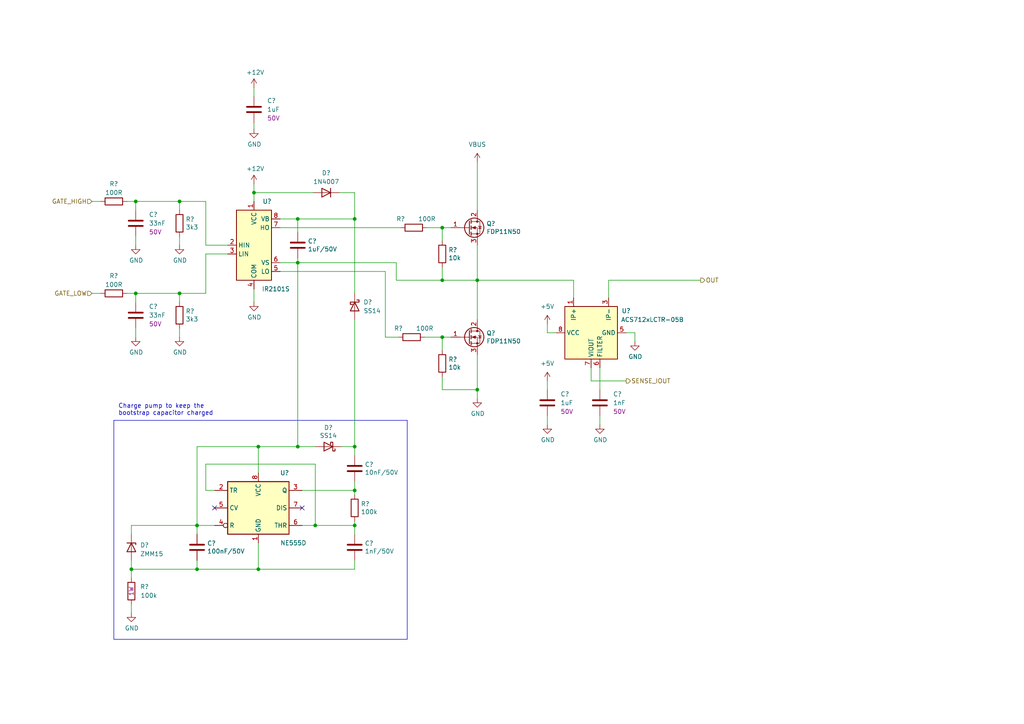
<source format=kicad_sch>
(kicad_sch (version 20230121) (generator eeschema)
  (paper "A4")
  (title_block (title "POWER INVERTER") (rev "REV1") (company "INSTITUTO TECNOLOGICO DE AERONAUTICA - ITA") (comment 1 "PROF. JOSE ROBERTO COLOMBO JUNIOR"))
  (lib_symbols
    (symbol "Device:C" (pin_numbers hide) (pin_names (offset 0.254))
      (property "Reference" "C" (at 0.635 2.54 0))
      (property "Value" "C" (at 0.635 -2.54 0))
      (symbol "C_0_1"
        (polyline (pts (xy -2.032 -0.762) (xy 2.032 -0.762)) (stroke (width 0.508)))
        (polyline (pts (xy -2.032 0.762) (xy 2.032 0.762)) (stroke (width 0.508)))
      )
      (symbol "C_1_1"
        (pin passive line (at 0 3.81 270) (length 2.794) (name "~") (number "1"))
        (pin passive line (at 0 -3.81 90) (length 2.794) (name "~") (number "2"))
      )
    )
    (symbol "Device:R" (pin_numbers hide) (pin_names (offset 0))
      (property "Reference" "R" (at 2.032 0 90))
      (property "Value" "R" (at 0 0 90))
      (symbol "R_0_1"
        (rectangle (start -1.016 -2.54) (end 1.016 2.54) (stroke (width 0.254)))
      )
      (symbol "R_1_1"
        (pin passive line (at 0 3.81 270) (length 1.27) (name "~") (number "1"))
        (pin passive line (at 0 -3.81 90) (length 1.27) (name "~") (number "2"))
      )
    )
    (symbol "Diode:1N4007" (pin_numbers hide) (pin_names hide)
      (property "Reference" "D" (at 0 2.54 0))
      (property "Value" "1N4007" (at 0 -2.54 0))
      (symbol "1N4007_0_1"
        (polyline (pts (xy -1.27 1.27) (xy -1.27 -1.27)) (stroke (width 0.254)))
        (polyline (pts (xy 1.27 0) (xy -1.27 0)))
        (polyline (pts (xy 1.27 1.27) (xy 1.27 -1.27) (xy -1.27 0) (xy 1.27 1.27)) (stroke (width 0.254)))
      )
      (symbol "1N4007_1_1"
        (pin passive line (at -3.81 0 0) (length 2.54) (name "K") (number "1"))
        (pin passive line (at 3.81 0 180) (length 2.54) (name "A") (number "2"))
      )
    )
    (symbol "Diode:1N5819" (pin_numbers hide) (pin_names (offset 1.016) hide)
      (property "Reference" "D" (at 0 2.54 0))
      (property "Value" "1N5819" (at 0 -2.54 0))
      (symbol "1N5819_0_1"
        (polyline (pts (xy 1.27 0) (xy -1.27 0)))
        (polyline (pts (xy 1.27 1.27) (xy 1.27 -1.27) (xy -1.27 0) (xy 1.27 1.27)) (stroke (width 0.254)))
        (polyline (pts (xy -1.905 0.635) (xy -1.905 1.27) (xy -1.27 1.27) (xy -1.27 -1.27) (xy -0.635 -1.27) (xy -0.635 -0.635)) (stroke (width 0.254)))
      )
      (symbol "1N5819_1_1"
        (pin passive line (at -3.81 0 0) (length 2.54) (name "K") (number "1"))
        (pin passive line (at 3.81 0 180) (length 2.54) (name "A") (number "2"))
      )
    )
    (symbol "Diode:ZMMxx" (pin_numbers hide) (pin_names hide)
      (property "Reference" "D" (at 0 2.54 0))
      (property "Value" "ZMMxx" (at 0 -2.54 0))
      (symbol "ZMMxx_0_1"
        (polyline (pts (xy 1.27 0) (xy -1.27 0)))
        (polyline (pts (xy -1.27 -1.27) (xy -1.27 1.27) (xy -0.762 1.27)) (stroke (width 0.254)))
        (polyline (pts (xy 1.27 -1.27) (xy 1.27 1.27) (xy -1.27 0) (xy 1.27 -1.27)) (stroke (width 0.254)))
      )
      (symbol "ZMMxx_1_1"
        (pin passive line (at -3.81 0 0) (length 2.54) (name "K") (number "1"))
        (pin passive line (at 3.81 0 180) (length 2.54) (name "A") (number "2"))
      )
    )
    (symbol "Driver_FET:IR2101"
      (property "Reference" "U" (at 1.27 13.335 0))
      (property "Value" "IR2101" (at 1.27 11.43 0))
      (symbol "IR2101_0_1"
        (rectangle (start -5.08 -10.16) (end 5.08 10.16) (stroke (width 0.254)) (fill (type background)))
      )
      (symbol "IR2101_1_1"
        (pin power_in line (at 0 12.7 270) (length 2.54) (name "VCC") (number "1"))
        (pin input line (at -7.62 0 0) (length 2.54) (name "HIN") (number "2"))
        (pin input line (at -7.62 -2.54 0) (length 2.54) (name "LIN") (number "3"))
        (pin power_in line (at 0 -12.7 90) (length 2.54) (name "COM") (number "4"))
        (pin output line (at 7.62 -7.62 180) (length 2.54) (name "LO") (number "5"))
        (pin passive line (at 7.62 -5.08 180) (length 2.54) (name "VS") (number "6"))
        (pin output line (at 7.62 5.08 180) (length 2.54) (name "HO") (number "7"))
        (pin passive line (at 7.62 7.62 180) (length 2.54) (name "VB") (number "8"))
      )
    )
    (symbol "Sensor_Current:ACS712xLCTR-05B"
      (property "Reference" "U" (at 2.54 11.43 0))
      (property "Value" "ACS712xLCTR-05B" (at 2.54 8.89 0))
      (symbol "ACS712xLCTR-05B_0_1"
        (rectangle (start -7.62 7.62) (end 7.62 -7.62) (stroke (width 0.254)) (fill (type background)))
      )
      (symbol "ACS712xLCTR-05B_1_1"
        (pin passive line (at -10.16 5.08 0) (length 2.54) (name "IP+") (number "1"))
        (pin passive line (at -10.16 5.08 0) (length 2.54) hide (name "IP+") (number "2"))
        (pin passive line (at -10.16 -5.08 0) (length 2.54) (name "IP-") (number "3"))
        (pin passive line (at -10.16 -5.08 0) (length 2.54) hide (name "IP-") (number "4"))
        (pin power_in line (at 0 -10.16 90) (length 2.54) (name "GND") (number "5"))
        (pin passive line (at 10.16 -2.54 180) (length 2.54) (name "FILTER") (number "6"))
        (pin output line (at 10.16 0 180) (length 2.54) (name "VIOUT") (number "7"))
        (pin power_in line (at 0 10.16 270) (length 2.54) (name "VCC") (number "8"))
      )
    )
    (symbol "Timer:NE555D"
      (property "Reference" "U" (at -10.16 8.89 0))
      (property "Value" "NE555D" (at 2.54 8.89 0))
      (symbol "NE555D_0_0"
        (pin power_in line (at 0 -10.16 90) (length 2.54) (name "GND") (number "1"))
        (pin power_in line (at 0 10.16 270) (length 2.54) (name "VCC") (number "8"))
      )
      (symbol "NE555D_0_1"
        (rectangle (start -8.89 -7.62) (end 8.89 7.62) (stroke (width 0.254)) (fill (type background)))
        (rectangle (start -8.89 -7.62) (end 8.89 7.62) (stroke (width 0.254)) (fill (type background)))
      )
      (symbol "NE555D_1_1"
        (pin input line (at -12.7 5.08 0) (length 3.81) (name "TR") (number "2"))
        (pin output line (at 12.7 5.08 180) (length 3.81) (name "Q") (number "3"))
        (pin input inverted (at -12.7 -5.08 0) (length 3.81) (name "R") (number "4"))
        (pin input line (at -12.7 0 0) (length 3.81) (name "CV") (number "5"))
        (pin input line (at 12.7 -5.08 180) (length 3.81) (name "THR") (number "6"))
        (pin input line (at 12.7 0 180) (length 3.81) (name "DIS") (number "7"))
      )
    )
    (symbol "Transistor_FET:IRF740" (pin_names hide)
      (property "Reference" "Q" (at 6.35 1.905 0))
      (property "Value" "IRF740" (at 6.35 0 0))
      (symbol "IRF740_0_1"
        (polyline (pts (xy 0.254 0) (xy -2.54 0)))
        (polyline (pts (xy 0.254 1.905) (xy 0.254 -1.905)) (stroke (width 0.254)))
        (polyline (pts (xy 0.762 -1.27) (xy 0.762 -2.286)) (stroke (width 0.254)))
        (polyline (pts (xy 0.762 0.508) (xy 0.762 -0.508)) (stroke (width 0.254)))
        (polyline (pts (xy 0.762 2.286) (xy 0.762 1.27)) (stroke (width 0.254)))
        (polyline (pts (xy 2.54 2.54) (xy 2.54 1.778)))
        (polyline (pts (xy 2.54 -2.54) (xy 2.54 0) (xy 0.762 0)))
        (polyline (pts (xy 0.762 -1.778) (xy 3.302 -1.778) (xy 3.302 1.778) (xy 0.762 1.778)))
        (polyline (pts (xy 1.016 0) (xy 2.032 0.381) (xy 2.032 -0.381) (xy 1.016 0)) (fill (type outline)))
        (polyline (pts (xy 2.794 0.508) (xy 2.921 0.381) (xy 3.683 0.381) (xy 3.81 0.254)))
        (polyline (pts (xy 3.302 0.381) (xy 2.921 -0.254) (xy 3.683 -0.254) (xy 3.302 0.381)))
        (circle (center 1.651 0) (radius 2.794) (stroke (width 0.254)))
        (circle (center 2.54 -1.778) (radius 0.254) (fill (type outline)))
        (circle (center 2.54 1.778) (radius 0.254) (fill (type outline)))
      )
      (symbol "IRF740_1_1"
        (pin input line (at -5.08 0 0) (length 2.54) (name "G") (number "1"))
        (pin passive line (at 2.54 5.08 270) (length 2.54) (name "D") (number "2"))
        (pin passive line (at 2.54 -5.08 90) (length 2.54) (name "S") (number "3"))
      )
    )
    (symbol "power:+12V" (power) (pin_names (offset 0))
      (property "Value" "+12V" (at 0 3.556 0))
      (symbol "+12V_0_1"
        (polyline (pts (xy -0.762 1.27) (xy 0 2.54)))
        (polyline (pts (xy 0 0) (xy 0 2.54)))
        (polyline (pts (xy 0 2.54) (xy 0.762 1.27)))
      )
      (symbol "+12V_1_1"
        (pin power_in line (at 0 0 90) (length 0) hide (name "+12V") (number "1"))
      )
    )
    (symbol "power:+5V" (power) (pin_names (offset 0))
      (property "Value" "+5V" (at 0 3.556 0))
      (symbol "+5V_0_1"
        (polyline (pts (xy -0.762 1.27) (xy 0 2.54)))
        (polyline (pts (xy 0 0) (xy 0 2.54)))
        (polyline (pts (xy 0 2.54) (xy 0.762 1.27)))
      )
      (symbol "+5V_1_1"
        (pin power_in line (at 0 0 90) (length 0) hide (name "+5V") (number "1"))
      )
    )
    (symbol "power:GND" (power) (pin_names (offset 0))
      (property "Value" "GND" (at 0 -3.81 0))
      (symbol "GND_0_1"
        (polyline (pts (xy 0 0) (xy 0 -1.27) (xy 1.27 -1.27) (xy 0 -2.54) (xy -1.27 -1.27) (xy 0 -1.27)))
      )
      (symbol "GND_1_1"
        (pin power_in line (at 0 0 270) (length 0) hide (name "GND") (number "1"))
      )
    )
    (symbol "power:VBUS" (power) (pin_names (offset 0))
      (property "Value" "VBUS" (at 0 3.81 0))
      (symbol "VBUS_0_1"
        (polyline (pts (xy -0.762 1.27) (xy 0 2.54)))
        (polyline (pts (xy 0 0) (xy 0 2.54)))
        (polyline (pts (xy 0 2.54) (xy 0.762 1.27)))
      )
      (symbol "VBUS_1_1"
        (pin power_in line (at 0 0 90) (length 0) hide (name "VBUS") (number "1"))
      )
    )
  )
  (junction (at 74.93 129.54))
  (junction (at 138.43 81.28))
  (junction (at 52.07 85.09))
  (junction (at 86.36 129.54))
  (junction (at 102.87 152.4))
  (junction (at 91.44 152.4))
  (junction (at 102.87 63.5))
  (junction (at 138.43 113.03))
  (junction (at 38.1 165.1))
  (junction (at 128.27 97.79))
  (junction (at 74.93 165.1))
  (junction (at 39.37 85.09))
  (junction (at 128.27 66.04))
  (junction (at 86.36 76.2))
  (junction (at 52.07 58.42))
  (junction (at 57.15 152.4))
  (junction (at 102.87 142.24))
  (junction (at 128.27 81.28))
  (junction (at 102.87 129.54))
  (junction (at 39.37 58.42))
  (junction (at 73.66 55.88))
  (junction (at 86.36 63.5))
  (junction (at 57.15 165.1))
  (no_connect (at 87.63 147.32))
  (no_connect (at 62.23 147.32))
  (wire (pts (xy 176.53 81.28) (xy 176.53 86.36)))
  (wire (pts (xy 52.07 85.09) (xy 39.37 85.09)))
  (wire (pts (xy 74.93 165.1) (xy 102.87 165.1)))
  (wire (pts (xy 86.36 129.54) (xy 91.44 129.54)))
  (wire (pts (xy 171.45 110.49) (xy 181.61 110.49)))
  (wire (pts (xy 138.43 81.28) (xy 166.37 81.28)))
  (wire (pts (xy 73.66 83.82) (xy 73.66 87.63)))
  (wire (pts (xy 86.36 63.5) (xy 86.36 67.31)))
  (polyline (pts (xy 33.02 185.42) (xy 118.11 185.42)))
  (wire (pts (xy 158.75 93.98) (xy 158.75 96.52)))
  (wire (pts (xy 128.27 101.6) (xy 128.27 97.79)))
  (wire (pts (xy 74.93 129.54) (xy 57.15 129.54)))
  (wire (pts (xy 98.425 55.88) (xy 102.87 55.88)))
  (wire (pts (xy 86.36 76.2) (xy 114.935 76.2)))
  (wire (pts (xy 114.935 76.2) (xy 114.935 81.28)))
  (wire (pts (xy 123.825 66.04) (xy 128.27 66.04)))
  (wire (pts (xy 52.07 58.42) (xy 39.37 58.42)))
  (wire (pts (xy 74.93 129.54) (xy 86.36 129.54)))
  (wire (pts (xy 52.07 87.63) (xy 52.07 85.09)))
  (wire (pts (xy 39.37 68.58) (xy 39.37 71.12)))
  (wire (pts (xy 59.69 71.12) (xy 59.69 58.42)))
  (wire (pts (xy 128.27 69.85) (xy 128.27 66.04)))
  (wire (pts (xy 74.93 157.48) (xy 74.93 165.1)))
  (wire (pts (xy 91.44 152.4) (xy 91.44 134.62)))
  (wire (pts (xy 59.69 142.24) (xy 59.69 134.62)))
  (wire (pts (xy 128.27 113.03) (xy 138.43 113.03)))
  (wire (pts (xy 111.76 78.74) (xy 111.76 97.79)))
  (wire (pts (xy 86.36 76.2) (xy 86.36 129.54)))
  (wire (pts (xy 181.61 96.52) (xy 184.15 96.52)))
  (wire (pts (xy 102.87 55.88) (xy 102.87 63.5)))
  (wire (pts (xy 102.87 165.1) (xy 102.87 162.56)))
  (wire (pts (xy 91.44 152.4) (xy 87.63 152.4)))
  (wire (pts (xy 59.69 85.09) (xy 52.07 85.09)))
  (wire (pts (xy 102.87 92.71) (xy 102.87 129.54)))
  (wire (pts (xy 39.37 85.09) (xy 39.37 87.63)))
  (wire (pts (xy 102.87 151.13) (xy 102.87 152.4)))
  (wire (pts (xy 86.36 63.5) (xy 102.87 63.5)))
  (wire (pts (xy 173.99 106.68) (xy 173.99 113.03)))
  (wire (pts (xy 158.75 96.52) (xy 161.29 96.52)))
  (wire (pts (xy 52.07 68.58) (xy 52.07 71.12)))
  (wire (pts (xy 38.1 165.1) (xy 57.15 165.1)))
  (wire (pts (xy 57.15 154.94) (xy 57.15 152.4)))
  (wire (pts (xy 138.43 113.03) (xy 138.43 102.87)))
  (polyline (pts (xy 33.02 121.92) (xy 33.02 185.42)))
  (wire (pts (xy 39.37 58.42) (xy 39.37 60.96)))
  (wire (pts (xy 57.15 129.54) (xy 57.15 152.4)))
  (wire (pts (xy 36.83 58.42) (xy 39.37 58.42)))
  (wire (pts (xy 38.1 175.26) (xy 38.1 177.8)))
  (wire (pts (xy 102.87 154.94) (xy 102.87 152.4)))
  (polyline (pts (xy 33.02 121.92) (xy 118.11 121.92)))
  (wire (pts (xy 81.28 66.04) (xy 116.205 66.04)))
  (wire (pts (xy 74.93 165.1) (xy 57.15 165.1)))
  (wire (pts (xy 138.43 113.03) (xy 138.43 115.57)))
  (wire (pts (xy 203.2 81.28) (xy 176.53 81.28)))
  (wire (pts (xy 158.75 120.65) (xy 158.75 123.19)))
  (wire (pts (xy 74.93 129.54) (xy 74.93 137.16)))
  (wire (pts (xy 114.935 81.28) (xy 128.27 81.28)))
  (wire (pts (xy 59.69 58.42) (xy 52.07 58.42)))
  (wire (pts (xy 86.36 76.2) (xy 86.36 74.93)))
  (wire (pts (xy 91.44 134.62) (xy 59.69 134.62)))
  (wire (pts (xy 62.23 142.24) (xy 59.69 142.24)))
  (wire (pts (xy 102.87 139.7) (xy 102.87 142.24)))
  (wire (pts (xy 184.15 96.52) (xy 184.15 99.06)))
  (wire (pts (xy 57.15 165.1) (xy 57.15 162.56)))
  (wire (pts (xy 73.66 55.88) (xy 73.66 58.42)))
  (wire (pts (xy 130.81 66.04) (xy 128.27 66.04)))
  (wire (pts (xy 81.28 76.2) (xy 86.36 76.2)))
  (wire (pts (xy 38.1 152.4) (xy 57.15 152.4)))
  (wire (pts (xy 81.28 78.74) (xy 111.76 78.74)))
  (wire (pts (xy 26.67 58.42) (xy 29.21 58.42)))
  (wire (pts (xy 102.87 143.51) (xy 102.87 142.24)))
  (wire (pts (xy 102.87 63.5) (xy 102.87 85.09)))
  (polyline (pts (xy 118.11 121.92) (xy 118.11 185.42)))
  (wire (pts (xy 38.1 162.56) (xy 38.1 165.1)))
  (wire (pts (xy 138.43 46.99) (xy 138.43 60.96)))
  (wire (pts (xy 87.63 142.24) (xy 102.87 142.24)))
  (wire (pts (xy 52.07 95.25) (xy 52.07 97.79)))
  (wire (pts (xy 81.28 63.5) (xy 86.36 63.5)))
  (wire (pts (xy 123.19 97.79) (xy 128.27 97.79)))
  (wire (pts (xy 171.45 110.49) (xy 171.45 106.68)))
  (wire (pts (xy 166.37 81.28) (xy 166.37 86.36)))
  (wire (pts (xy 59.69 73.66) (xy 66.04 73.66)))
  (wire (pts (xy 36.83 85.09) (xy 39.37 85.09)))
  (wire (pts (xy 62.23 152.4) (xy 57.15 152.4)))
  (wire (pts (xy 38.1 152.4) (xy 38.1 154.94)))
  (wire (pts (xy 73.66 25.4) (xy 73.66 27.94)))
  (wire (pts (xy 158.75 110.49) (xy 158.75 113.03)))
  (wire (pts (xy 26.67 85.09) (xy 29.21 85.09)))
  (wire (pts (xy 38.1 167.64) (xy 38.1 165.1)))
  (wire (pts (xy 59.69 73.66) (xy 59.69 85.09)))
  (wire (pts (xy 59.69 71.12) (xy 66.04 71.12)))
  (wire (pts (xy 128.27 81.28) (xy 138.43 81.28)))
  (wire (pts (xy 128.27 77.47) (xy 128.27 81.28)))
  (wire (pts (xy 90.805 55.88) (xy 73.66 55.88)))
  (wire (pts (xy 52.07 58.42) (xy 52.07 60.96)))
  (wire (pts (xy 138.43 71.12) (xy 138.43 81.28)))
  (wire (pts (xy 138.43 81.28) (xy 138.43 92.71)))
  (wire (pts (xy 115.57 97.79) (xy 111.76 97.79)))
  (wire (pts (xy 130.81 97.79) (xy 128.27 97.79)))
  (wire (pts (xy 73.66 53.34) (xy 73.66 55.88)))
  (wire (pts (xy 102.87 132.08) (xy 102.87 129.54)))
  (wire (pts (xy 173.99 120.65) (xy 173.99 123.19)))
  (wire (pts (xy 128.27 109.22) (xy 128.27 113.03)))
  (wire (pts (xy 73.66 35.56) (xy 73.66 37.465)))
  (wire (pts (xy 102.87 129.54) (xy 99.06 129.54)))
  (wire (pts (xy 39.37 95.25) (xy 39.37 97.79)))
  (wire (pts (xy 102.87 152.4) (xy 91.44 152.4)))
  (text "Charge pump to keep the \nbootstrap capacitor charged" (at 34.29 120.65 0) (effects (font (size 1.27 1.27)) (justify left bottom)))
  (hierarchical_label "OUT" (shape output) (at 203.2 81.28 0))
  (hierarchical_label "GATE_LOW" (shape input) (at 26.67 85.09 180))
  (hierarchical_label "SENSE_IOUT" (shape output) (at 181.61 110.49 0))
  (hierarchical_label "GATE_HIGH" (shape input) (at 26.67 58.42 180))
  (symbol (lib_id "power:+12V") (at 73.66 53.34 0) (unit 1)
    (property "Reference" "#PWR?" (effects hide))
    (property "Value" "+12V" (at 74.041 48.9458 0))
    (instances (project "rev1" (path "" (reference "#PWR?") (unit 1)) (path "" (reference "#PWR?") (unit 1)) (path "" (reference "#PWR048") (unit 1)) (path "" (reference "#PWR?") (unit 1))))
  )
  (symbol (lib_id "Device:R") (at 128.27 105.41 0) (unit 1)
    (property "Reference" "R?" (at 130.048 104.2416 0) (effects (justify left)))
    (property "Value" "10k" (at 130.048 106.553 0) (effects (justify left)))
    (property "Footprint" "Resistor_SMD:R_1206_3216Metric_Pad1.30x1.75mm_HandSolder" (effects hide))
    (instances (project "rev1" (path "" (reference "R?") (unit 1)) (path "" (reference "R?") (unit 1)) (path "" (reference "R24") (unit 1)) (path "" (reference "R?") (unit 1))))
  )
  (symbol (lib_id "power:GND") (at 158.75 123.19 0) (unit 1)
    (property "Reference" "#PWR?" (effects hide))
    (property "Value" "GND" (at 158.877 127.5842 0))
    (instances (project "rev1" (path "" (reference "#PWR?") (unit 1)) (path "" (reference "#PWR?") (unit 1)) (path "" (reference "#PWR058") (unit 1)) (path "" (reference "#PWR?") (unit 1))))
  )
  (symbol (lib_id "Device:R") (at 33.02 58.42 90) (unit 1)
    (property "Reference" "R?" (at 33.02 53.34 90))
    (property "Value" "100R" (at 33.02 55.88 90))
    (property "Footprint" "Resistor_SMD:R_1206_3216Metric_Pad1.30x1.75mm_HandSolder" (effects hide))
    (instances (project "driver" (path "" (reference "R?") (unit 1))) (project "rev1" (path "" (reference "R?") (unit 1)) (path "" (reference "R17") (unit 1))) (project "FonteAltaTensao" (path "" (reference "R?") (unit 1)) (path "" (reference "R?") (unit 1))))
  )
  (symbol (lib_id "Device:R") (at 119.38 97.79 270) (unit 1)
    (property "Reference" "R?" (at 115.57 95.25 90))
    (property "Value" "100R" (at 123.19 95.25 90))
    (property "Footprint" "Resistor_SMD:R_1206_3216Metric_Pad1.30x1.75mm_HandSolder" (effects hide))
    (instances (project "rev1" (path "" (reference "R?") (unit 1)) (path "" (reference "R?") (unit 1)) (path "" (reference "R23") (unit 1)) (path "" (reference "R?") (unit 1))))
  )
  (symbol (lib_id "power:+5V") (at 158.75 110.49 0) (unit 1)
    (property "Reference" "#PWR011" (effects hide))
    (property "Value" "+5V" (at 158.75 105.41 0))
  )
  (symbol (lib_id "Device:R") (at 38.1 171.45 0) (mirror x) (unit 1)
    (property "Reference" "R?" (at 41.91 170.18 0))
    (property "Value" "100k" (at 43.18 172.72 0))
    (property "Footprint" "Resistor_SMD:R_1206_3216Metric_Pad1.30x1.75mm_HandSolder" (effects hide))
    (property "Power" "1W" (at 38.1 171.45 90))
    (instances (project "rev1" (path "" (reference "R?") (unit 1)) (path "" (reference "R?") (unit 1)) (path "" (reference "R28") (unit 1)) (path "" (reference "R?") (unit 1))))
  )
  (symbol (lib_id "power:+12V") (at 73.66 25.4 0) (unit 1)
    (property "Reference" "#PWR?" (effects hide))
    (property "Value" "+12V" (at 74.041 21.0058 0))
    (instances (project "rev1" (path "" (reference "#PWR?") (unit 1)) (path "" (reference "#PWR?") (unit 1)) (path "" (reference "#PWR043") (unit 1)) (path "" (reference "#PWR?") (unit 1))))
  )
  (symbol (lib_id "power:GND") (at 73.66 37.465 0) (unit 1)
    (property "Reference" "#PWR?" (effects hide))
    (property "Value" "GND" (at 73.787 41.8592 0))
    (instances (project "rev1" (path "" (reference "#PWR?") (unit 1)) (path "" (reference "#PWR?") (unit 1)) (path "" (reference "#PWR045") (unit 1)) (path "" (reference "#PWR?") (unit 1))))
  )
  (symbol (lib_id "Device:C") (at 102.87 135.89 0) (unit 1)
    (property "Reference" "C?" (at 105.791 134.7216 0) (effects (justify left)))
    (property "Value" "10nF/50V" (at 105.791 137.033 0) (effects (justify left)))
    (property "Footprint" "Capacitor_SMD:C_1206_3216Metric_Pad1.33x1.80mm_HandSolder" (effects hide))
    (instances (project "rev1" (path "" (reference "C?") (unit 1)) (path "" (reference "C?") (unit 1)) (path "" (reference "C29") (unit 1)) (path "" (reference "C?") (unit 1))))
  )
  (symbol (lib_id "power:GND") (at 173.99 123.19 0) (unit 1)
    (property "Reference" "#PWR?" (effects hide))
    (property "Value" "GND" (at 174.117 127.5842 0))
    (instances (project "rev1" (path "" (reference "#PWR?") (unit 1)) (path "" (reference "#PWR?") (unit 1)) (path "" (reference "#PWR059") (unit 1)) (path "" (reference "#PWR?") (unit 1))))
  )
  (symbol (lib_id "Device:C") (at 57.15 158.75 0) (unit 1)
    (property "Reference" "C?" (at 60.071 157.5816 0) (effects (justify left)))
    (property "Value" "100nF/50V" (at 60.071 159.893 0) (effects (justify left)))
    (property "Footprint" "Capacitor_SMD:C_1206_3216Metric_Pad1.33x1.80mm_HandSolder" (effects hide))
    (instances (project "rev1" (path "" (reference "C?") (unit 1)) (path "" (reference "C?") (unit 1)) (path "" (reference "C30") (unit 1)) (path "" (reference "C?") (unit 1))))
  )
  (symbol (lib_id "power:GND") (at 184.15 99.06 0) (unit 1)
    (property "Reference" "#PWR?" (effects hide))
    (property "Value" "GND" (at 184.277 103.4542 0))
    (instances (project "rev1" (path "" (reference "#PWR?") (unit 1)) (path "" (reference "#PWR?") (unit 1)) (path "" (reference "#PWR055") (unit 1)) (path "" (reference "#PWR?") (unit 1))))
  )
  (symbol (lib_id "Device:R") (at 128.27 73.66 0) (unit 1)
    (property "Reference" "R?" (at 130.048 72.4916 0) (effects (justify left)))
    (property "Value" "10k" (at 130.048 74.803 0) (effects (justify left)))
    (property "Footprint" "Resistor_SMD:R_1206_3216Metric_Pad1.30x1.75mm_HandSolder" (effects hide))
    (instances (project "rev1" (path "" (reference "R?") (unit 1)) (path "" (reference "R?") (unit 1)) (path "" (reference "R20") (unit 1)) (path "" (reference "R?") (unit 1))))
  )
  (symbol (lib_id "power:GND") (at 52.07 71.12 0) (unit 1)
    (property "Reference" "#PWR?" (effects hide))
    (property "Value" "GND" (at 52.197 75.5142 0))
    (instances (project "rev1" (path "" (reference "#PWR?") (unit 1)) (path "" (reference "#PWR?") (unit 1)) (path "" (reference "#PWR050") (unit 1)) (path "" (reference "#PWR?") (unit 1))))
  )
  (symbol (lib_id "Device:C") (at 173.99 116.84 0) (unit 1)
    (property "Reference" "C?" (at 177.8 114.3 0) (effects (justify left)))
    (property "Value" "1nF" (at 177.8 116.84 0) (effects (justify left)))
    (property "Footprint" "Capacitor_SMD:C_1206_3216Metric_Pad1.33x1.80mm_HandSolder" (effects hide))
    (property "Voltage" "50V" (at 177.8 119.38 0) (effects (justify left)))
    (instances (project "driver1" (path "" (reference "C?") (unit 1))) (project "DidaticInverter" (path "" (reference "C?") (unit 1))) (project "rev1" (path "" (reference "C?") (unit 1)) (path "" (reference "C27") (unit 1)) (path "" (reference "C?") (unit 1))) (project "FonteAltaTensao" (path "" (reference "C?") (unit 1)) (path "" (reference "C?") (unit 1))))
  )
  (symbol (lib_id "power:GND") (at 138.43 115.57 0) (unit 1)
    (property "Reference" "#PWR?" (effects hide))
    (property "Value" "GND" (at 138.557 119.9642 0))
    (instances (project "rev1" (path "" (reference "#PWR?") (unit 1)) (path "" (reference "#PWR?") (unit 1)) (path "" (reference "#PWR057") (unit 1)) (path "" (reference "#PWR?") (unit 1))))
  )
  (symbol (lib_id "power:GND") (at 39.37 97.79 0) (unit 1)
    (property "Reference" "#PWR?" (effects hide))
    (property "Value" "GND" (at 39.497 102.1842 0))
    (instances (project "rev1" (path "" (reference "#PWR?") (unit 1)) (path "" (reference "#PWR?") (unit 1)) (path "" (reference "#PWR053") (unit 1)) (path "" (reference "#PWR?") (unit 1))))
  )
  (symbol (lib_id "power:GND") (at 52.07 97.79 0) (unit 1)
    (property "Reference" "#PWR?" (effects hide))
    (property "Value" "GND" (at 52.197 102.1842 0))
    (instances (project "rev1" (path "" (reference "#PWR?") (unit 1)) (path "" (reference "#PWR?") (unit 1)) (path "" (reference "#PWR054") (unit 1)) (path "" (reference "#PWR?") (unit 1))))
  )
  (symbol (lib_id "power:GND") (at 38.1 177.8 0) (unit 1)
    (property "Reference" "#PWR?" (effects hide))
    (property "Value" "GND" (at 38.227 182.1942 0))
    (instances (project "rev1" (path "" (reference "#PWR?") (unit 1)) (path "" (reference "#PWR?") (unit 1)) (path "" (reference "#PWR062") (unit 1)) (path "" (reference "#PWR?") (unit 1))))
  )
  (symbol (lib_id "Transistor_FET:IRF740") (at 135.89 97.79 0) (unit 1)
    (property "Reference" "Q?" (at 141.0716 96.6216 0) (effects (justify left)))
    (property "Value" "FDP11N50" (at 141.0716 98.933 0) (effects (justify left)))
    (property "Footprint" "Package_TO_SOT_THT:TO-220-3_Vertical" (effects hide))
    (instances (project "rev1" (path "" (reference "Q?") (unit 1)) (path "" (reference "Q?") (unit 1)) (path "" (reference "Q4") (unit 1)) (path "" (reference "Q?") (unit 1))))
  )
  (symbol (lib_id "Device:C") (at 73.66 31.75 0) (unit 1)
    (property "Reference" "C?" (at 77.47 29.21 0) (effects (justify left)))
    (property "Value" "1uF" (at 77.47 31.75 0) (effects (justify left)))
    (property "Footprint" "Capacitor_SMD:C_1206_3216Metric_Pad1.33x1.80mm_HandSolder" (effects hide))
    (property "Voltage" "50V" (at 77.47 34.29 0) (effects (justify left)))
    (instances (project "driver1" (path "" (reference "C?") (unit 1))) (project "DidaticInverter" (path "" (reference "C?") (unit 1))) (project "rev1" (path "" (reference "C?") (unit 1)) (path "" (reference "C20") (unit 1)) (path "" (reference "C?") (unit 1))) (project "FonteAltaTensao" (path "" (reference "C?") (unit 1)) (path "" (reference "C?") (unit 1))))
  )
  (symbol (lib_id "power:GND") (at 39.37 71.12 0) (unit 1)
    (property "Reference" "#PWR?" (effects hide))
    (property "Value" "GND" (at 39.497 75.5142 0))
    (instances (project "rev1" (path "" (reference "#PWR?") (unit 1)) (path "" (reference "#PWR?") (unit 1)) (path "" (reference "#PWR049") (unit 1)) (path "" (reference "#PWR?") (unit 1))))
  )
  (symbol (lib_id "Device:C") (at 39.37 91.44 0) (unit 1)
    (property "Reference" "C?" (at 43.18 88.9 0) (effects (justify left)))
    (property "Value" "33nF" (at 43.18 91.44 0) (effects (justify left)))
    (property "Footprint" "Capacitor_SMD:C_1206_3216Metric" (effects hide))
    (property "Voltage" "50V" (at 43.18 93.98 0) (effects (justify left)))
    (instances (project "driver" (path "" (reference "C?") (unit 1))) (project "rev1" (path "" (reference "C?") (unit 1)) (path "" (reference "C25") (unit 1))) (project "FonteAltaTensao" (path "" (reference "C?") (unit 1)) (path "" (reference "C?") (unit 1))))
  )
  (symbol (lib_id "Driver_FET:IR2101") (at 73.66 71.12 0) (unit 1)
    (property "Reference" "U?" (at 77.47 58.42 0))
    (property "Value" "IR2101S" (at 80.01 83.82 0))
    (property "Footprint" "Package_SO:SOIC-8_3.9x4.9mm_P1.27mm" (effects hide))
    (property "Datasheet" "https://www.infineon.com/dgdl/ir2101.pdf?fileId=5546d462533600a4015355c7a755166c" (effects hide))
    (instances (project "rev1" (path "" (reference "U?") (unit 1)) (path "" (reference "U?") (unit 1)) (path "" (reference "U6") (unit 1)) (path "" (reference "U?") (unit 1))))
  )
  (symbol (lib_id "Diode:1N5819") (at 95.25 129.54 180) (unit 1)
    (property "Reference" "D?" (at 95.25 124.0282 0))
    (property "Value" "SS14" (at 95.25 126.3396 0))
    (property "Footprint" "Diode_SMD:D_SMA" (effects hide))
    (instances (project "rev1" (path "" (reference "D?") (unit 1)) (path "" (reference "D?") (unit 1)) (path "" (reference "D9") (unit 1)) (path "" (reference "D?") (unit 1))))
  )
  (symbol (lib_id "Diode:1N4007") (at 94.615 55.88 180) (unit 1)
    (property "Reference" "D?" (at 94.615 50.165 0))
    (property "Value" "1N4007" (at 94.615 52.705 0))
    (property "Footprint" "Diode_SMD:D_SMA" (effects hide))
    (property "Datasheet" "http://www.vishay.com/docs/88503/1n4001.pdf" (effects hide))
    (property "Sim.Device" "D" (effects hide))
    (property "Sim.Pins" "1=K 2=A" (effects hide))
    (instances (project "rev1" (path "" (reference "D?") (unit 1)) (path "" (reference "D?") (unit 1)) (path "" (reference "D7") (unit 1)) (path "" (reference "D?") (unit 1))))
  )
  (symbol (lib_id "Sensor_Current:ACS712xLCTR-05B") (at 171.45 96.52 90) (mirror x) (unit 1)
    (property "Reference" "U?" (at 181.61 90.17 90))
    (property "Value" "ACS712xLCTR-05B" (at 189.23 92.71 90))
    (property "Footprint" "Package_SO:SOIC-8_3.9x4.9mm_P1.27mm" (effects hide))
    (property "Datasheet" "http://www.allegromicro.com/~/media/Files/Datasheets/ACS712-Datasheet.ashx?la=en" (effects hide))
    (instances (project "driver1" (path "" (reference "U?") (unit 1))) (project "DidaticInverter" (path "" (reference "U?") (unit 1))) (project "rev1" (path "" (reference "U?") (unit 1)) (path "" (reference "U7") (unit 1)) (path "" (reference "U?") (unit 1))))
  )
  (symbol (lib_id "power:GND") (at 73.66 87.63 0) (unit 1)
    (property "Reference" "#PWR?" (effects hide))
    (property "Value" "GND" (at 73.787 92.0242 0))
    (instances (project "rev1" (path "" (reference "#PWR?") (unit 1)) (path "" (reference "#PWR?") (unit 1)) (path "" (reference "#PWR051") (unit 1)) (path "" (reference "#PWR?") (unit 1))))
  )
  (symbol (lib_id "Device:C") (at 39.37 64.77 0) (unit 1)
    (property "Reference" "C?" (at 43.18 62.23 0) (effects (justify left)))
    (property "Value" "33nF" (at 43.18 64.77 0) (effects (justify left)))
    (property "Footprint" "Capacitor_SMD:C_1206_3216Metric" (effects hide))
    (property "Voltage" "50V" (at 43.18 67.31 0) (effects (justify left)))
    (instances (project "driver" (path "" (reference "C?") (unit 1))) (project "rev1" (path "" (reference "C?") (unit 1)) (path "" (reference "C22") (unit 1))) (project "FonteAltaTensao" (path "" (reference "C?") (unit 1)) (path "" (reference "C?") (unit 1))))
  )
  (symbol (lib_id "Diode:ZMMxx") (at 38.1 158.75 270) (unit 1)
    (property "Reference" "D?" (at 40.64 158.115 90) (effects (justify left)))
    (property "Value" "ZMM15" (at 40.64 160.655 90) (effects (justify left)))
    (property "Footprint" "Diode_SMD:D_MiniMELF" (effects hide))
    (property "Datasheet" "https://diotec.com/tl_files/diotec/files/pdf/datasheets/zmm1.pdf" (effects hide))
    (instances (project "rev1" (path "" (reference "D?") (unit 1)) (path "" (reference "D?") (unit 1)) (path "" (reference "D10") (unit 1)) (path "" (reference "D?") (unit 1))))
  )
  (symbol (lib_id "Device:C") (at 86.36 71.12 0) (unit 1)
    (property "Reference" "C?" (at 89.281 69.9516 0) (effects (justify left)))
    (property "Value" "1uF/50V" (at 89.281 72.263 0) (effects (justify left)))
    (property "Footprint" "Capacitor_SMD:C_1206_3216Metric_Pad1.33x1.80mm_HandSolder" (effects hide))
    (instances (project "rev1" (path "" (reference "C?") (unit 1)) (path "" (reference "C?") (unit 1)) (path "" (reference "C23") (unit 1)) (path "" (reference "C?") (unit 1))))
  )
  (symbol (lib_id "Timer:NE555D") (at 74.93 147.32 0) (unit 1)
    (property "Reference" "U?" (at 82.55 137.16 0))
    (property "Value" "NE555D" (at 85.09 157.48 0))
    (property "Footprint" "Package_SO:SOIC-8_3.9x4.9mm_P1.27mm" (effects hide))
    (property "Datasheet" "http://www.ti.com/lit/ds/symlink/ne555.pdf" (effects hide))
    (instances (project "rev1" (path "" (reference "U?") (unit 1)) (path "" (reference "U?") (unit 1)) (path "" (reference "U8") (unit 1)) (path "" (reference "U?") (unit 1))))
  )
  (symbol (lib_id "Device:C") (at 158.75 116.84 0) (unit 1)
    (property "Reference" "C?" (at 162.56 114.3 0) (effects (justify left)))
    (property "Value" "1uF" (at 162.56 116.84 0) (effects (justify left)))
    (property "Footprint" "Capacitor_SMD:C_1206_3216Metric_Pad1.33x1.80mm_HandSolder" (effects hide))
    (property "Voltage" "50V" (at 162.56 119.38 0) (effects (justify left)))
    (instances (project "driver1" (path "" (reference "C?") (unit 1))) (project "DidaticInverter" (path "" (reference "C?") (unit 1))) (project "rev1" (path "" (reference "C?") (unit 1)) (path "" (reference "C26") (unit 1)) (path "" (reference "C?") (unit 1))) (project "FonteAltaTensao" (path "" (reference "C?") (unit 1)) (path "" (reference "C?") (unit 1))))
  )
  (symbol (lib_id "Device:R") (at 120.015 66.04 270) (unit 1)
    (property "Reference" "R?" (at 116.205 63.5 90))
    (property "Value" "100R" (at 123.825 63.5 90))
    (property "Footprint" "Resistor_SMD:R_1206_3216Metric_Pad1.30x1.75mm_HandSolder" (effects hide))
    (instances (project "rev1" (path "" (reference "R?") (unit 1)) (path "" (reference "R?") (unit 1)) (path "" (reference "R19") (unit 1)) (path "" (reference "R?") (unit 1))))
  )
  (symbol (lib_id "Transistor_FET:IRF740") (at 135.89 66.04 0) (unit 1)
    (property "Reference" "Q?" (at 141.0716 64.8716 0) (effects (justify left)))
    (property "Value" "FDP11N50" (at 141.0716 67.183 0) (effects (justify left)))
    (property "Footprint" "Package_TO_SOT_THT:TO-220-3_Vertical" (effects hide))
    (instances (project "rev1" (path "" (reference "Q?") (unit 1)) (path "" (reference "Q?") (unit 1)) (path "" (reference "Q3") (unit 1)) (path "" (reference "Q?") (unit 1))))
  )
  (symbol (lib_id "power:+5V") (at 158.75 93.98 0) (unit 1)
    (property "Reference" "#PWR02" (effects hide))
    (property "Value" "+5V" (at 158.75 88.9 0))
  )
  (symbol (lib_id "Device:R") (at 52.07 64.77 0) (unit 1)
    (property "Reference" "R?" (at 53.848 63.6016 0) (effects (justify left)))
    (property "Value" "3k3" (at 53.848 65.913 0) (effects (justify left)))
    (property "Footprint" "Resistor_SMD:R_1206_3216Metric_Pad1.30x1.75mm_HandSolder" (effects hide))
    (instances (project "rev1" (path "" (reference "R?") (unit 1)) (path "" (reference "R?") (unit 1)) (path "" (reference "R18") (unit 1)) (path "" (reference "R?") (unit 1))))
  )
  (symbol (lib_id "Device:R") (at 102.87 147.32 0) (unit 1)
    (property "Reference" "R?" (at 104.648 146.1516 0) (effects (justify left)))
    (property "Value" "100k" (at 104.648 148.463 0) (effects (justify left)))
    (property "Footprint" "Resistor_SMD:R_1206_3216Metric_Pad1.30x1.75mm_HandSolder" (effects hide))
    (instances (project "rev1" (path "" (reference "R?") (unit 1)) (path "" (reference "R?") (unit 1)) (path "" (reference "R27") (unit 1)) (path "" (reference "R?") (unit 1))))
  )
  (symbol (lib_id "Diode:1N5819") (at 102.87 88.9 270) (unit 1)
    (property "Reference" "D?" (at 106.68 87.63 90))
    (property "Value" "SS14" (at 107.95 90.17 90))
    (property "Footprint" "Diode_SMD:D_SMA" (effects hide))
    (instances (project "rev1" (path "" (reference "D?") (unit 1)) (path "" (reference "D?") (unit 1)) (path "" (reference "D8") (unit 1)) (path "" (reference "D?") (unit 1))))
  )
  (symbol (lib_id "power:VBUS") (at 138.43 46.99 0) (unit 1)
    (property "Reference" "#PWR?" (effects hide))
    (property "Value" "VBUS" (at 138.43 41.91 0))
    (instances (project "rev1" (path "" (reference "#PWR?") (unit 1)) (path "" (reference "#PWR047") (unit 1))))
  )
  (symbol (lib_id "Device:R") (at 33.02 85.09 90) (unit 1)
    (property "Reference" "R?" (at 33.02 80.01 90))
    (property "Value" "100R" (at 33.02 82.55 90))
    (property "Footprint" "Resistor_SMD:R_1206_3216Metric_Pad1.30x1.75mm_HandSolder" (effects hide))
    (instances (project "driver" (path "" (reference "R?") (unit 1))) (project "rev1" (path "" (reference "R?") (unit 1)) (path "" (reference "R21") (unit 1))) (project "FonteAltaTensao" (path "" (reference "R?") (unit 1)) (path "" (reference "R?") (unit 1))))
  )
  (symbol (lib_id "Device:C") (at 102.87 158.75 0) (unit 1)
    (property "Reference" "C?" (at 105.791 157.5816 0) (effects (justify left)))
    (property "Value" "1nF/50V" (at 105.791 159.893 0) (effects (justify left)))
    (property "Footprint" "Capacitor_SMD:C_1206_3216Metric_Pad1.33x1.80mm_HandSolder" (effects hide))
    (instances (project "rev1" (path "" (reference "C?") (unit 1)) (path "" (reference "C?") (unit 1)) (path "" (reference "C31") (unit 1)) (path "" (reference "C?") (unit 1))))
  )
  (symbol (lib_id "Device:R") (at 52.07 91.44 0) (unit 1)
    (property "Reference" "R?" (at 53.848 90.2716 0) (effects (justify left)))
    (property "Value" "3k3" (at 53.848 92.583 0) (effects (justify left)))
    (property "Footprint" "Resistor_SMD:R_1206_3216Metric_Pad1.30x1.75mm_HandSolder" (effects hide))
    (instances (project "rev1" (path "" (reference "R?") (unit 1)) (path "" (reference "R?") (unit 1)) (path "" (reference "R22") (unit 1)) (path "" (reference "R?") (unit 1))))
  )
)
</source>
